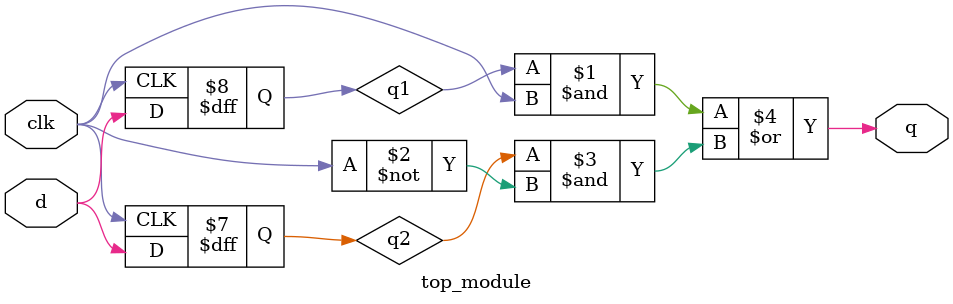
<source format=v>
module top_module (
    input clk,
    input d,
    output q
);

reg q1, q2;
assign q = (q1 & clk)
         | (q2 & ~clk);

always @(posedge clk ) begin
    q1 <= d;
end

always @(negedge clk ) begin
    q2 <= d;
end

endmodule

/** good answer

reg p, n;

// A positive-edge triggered flip-flop
always @(posedge clk)
    p <= d ^ n;
    
// A negative-edge triggered flip-flop
always @(negedge clk)
    n <= d ^ p;

// Why does this work? 
// After posedge clk, p changes to d^n. Thus q = (p^n) = (d^n^n) = d.
// After negedge clk, n changes to d^p. Thus q = (p^n) = (p^d^p) = d.
// At each (positive or negative) clock edge, p and n FFs alternately
// load a value that will cancel out the other and cause the new value of d to remain.
assign q = p ^ n;
    
**/

</source>
